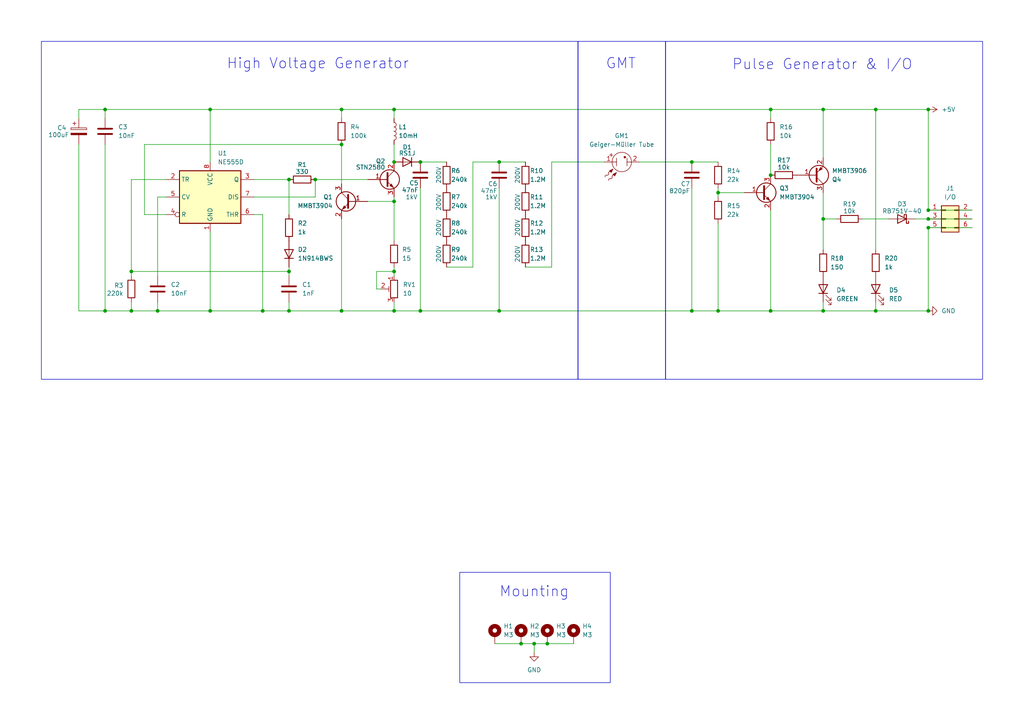
<source format=kicad_sch>
(kicad_sch (version 20231120) (generator "eeschema") (generator_version "8.0")
  (paper "A4")
  (title_block (title "Tube Driver") (date "2024-09-10") (rev "1.0") (company "https://github.com/median-dispersion/GMT-Geiger-Counter"))
  (lib_symbols
    (symbol "Connector_Generic:Conn_02x03_Odd_Even" (pin_names (offset 1.016) hide)
      (property "Reference" "J" (at 1.27 5.08 0))
      (property "Value" "Conn_02x03_Odd_Even" (at 1.27 -5.08 0))
      (symbol "Conn_02x03_Odd_Even_1_1"
        (rectangle (start -1.27 -2.413) (end 0 -2.667) (stroke (width 0.1524)))
        (rectangle (start -1.27 0.127) (end 0 -0.127) (stroke (width 0.1524)))
        (rectangle (start -1.27 2.667) (end 0 2.413) (stroke (width 0.1524)))
        (rectangle (start -1.27 3.81) (end 3.81 -3.81) (stroke (width 0.254)) (fill (type background)))
        (rectangle (start 3.81 -2.413) (end 2.54 -2.667) (stroke (width 0.1524)))
        (rectangle (start 3.81 0.127) (end 2.54 -0.127) (stroke (width 0.1524)))
        (rectangle (start 3.81 2.667) (end 2.54 2.413) (stroke (width 0.1524)))
        (pin passive line (at -5.08 2.54 0) (length 3.81) (name "Pin_1") (number "1"))
        (pin passive line (at 7.62 2.54 180) (length 3.81) (name "Pin_2") (number "2"))
        (pin passive line (at -5.08 0 0) (length 3.81) (name "Pin_3") (number "3"))
        (pin passive line (at 7.62 0 180) (length 3.81) (name "Pin_4") (number "4"))
        (pin passive line (at -5.08 -2.54 0) (length 3.81) (name "Pin_5") (number "5"))
        (pin passive line (at 7.62 -2.54 180) (length 3.81) (name "Pin_6") (number "6"))
      )
    )
    (symbol "Device:C" (pin_numbers hide) (pin_names (offset 0.254))
      (property "Reference" "C" (at 0.635 2.54 0))
      (property "Value" "C" (at 0.635 -2.54 0))
      (symbol "C_0_1"
        (polyline (pts (xy -2.032 -0.762) (xy 2.032 -0.762)) (stroke (width 0.508)))
        (polyline (pts (xy -2.032 0.762) (xy 2.032 0.762)) (stroke (width 0.508)))
      )
      (symbol "C_1_1"
        (pin passive line (at 0 3.81 270) (length 2.794) (name "~") (number "1"))
        (pin passive line (at 0 -3.81 90) (length 2.794) (name "~") (number "2"))
      )
    )
    (symbol "Device:C_Polarized" (pin_numbers hide) (pin_names (offset 0.254))
      (property "Reference" "C" (at 0.635 2.54 0))
      (property "Value" "C_Polarized" (at 0.635 -2.54 0))
      (symbol "C_Polarized_0_1"
        (rectangle (start -2.286 0.508) (end 2.286 1.016))
        (polyline (pts (xy -1.778 2.286) (xy -0.762 2.286)))
        (polyline (pts (xy -1.27 2.794) (xy -1.27 1.778)))
        (rectangle (start 2.286 -0.508) (end -2.286 -1.016) (fill (type outline)))
      )
      (symbol "C_Polarized_1_1"
        (pin passive line (at 0 3.81 270) (length 2.794) (name "~") (number "1"))
        (pin passive line (at 0 -3.81 90) (length 2.794) (name "~") (number "2"))
      )
    )
    (symbol "Device:D" (pin_numbers hide) (pin_names (offset 1.016) hide)
      (property "Reference" "D" (at 0 2.54 0))
      (property "Value" "D" (at 0 -2.54 0))
      (symbol "D_0_1"
        (polyline (pts (xy -1.27 1.27) (xy -1.27 -1.27)) (stroke (width 0.254)))
        (polyline (pts (xy 1.27 0) (xy -1.27 0)))
        (polyline (pts (xy 1.27 1.27) (xy 1.27 -1.27) (xy -1.27 0) (xy 1.27 1.27)) (stroke (width 0.254)))
      )
      (symbol "D_1_1"
        (pin passive line (at -3.81 0 0) (length 2.54) (name "K") (number "1"))
        (pin passive line (at 3.81 0 180) (length 2.54) (name "A") (number "2"))
      )
    )
    (symbol "Device:D_Schottky" (pin_numbers hide) (pin_names (offset 1.016) hide)
      (property "Reference" "D" (at 0 2.54 0))
      (property "Value" "D_Schottky" (at 0 -2.54 0))
      (symbol "D_Schottky_0_1"
        (polyline (pts (xy 1.27 0) (xy -1.27 0)))
        (polyline (pts (xy 1.27 1.27) (xy 1.27 -1.27) (xy -1.27 0) (xy 1.27 1.27)) (stroke (width 0.254)))
        (polyline (pts (xy -1.905 0.635) (xy -1.905 1.27) (xy -1.27 1.27) (xy -1.27 -1.27) (xy -0.635 -1.27) (xy -0.635 -0.635)) (stroke (width 0.254)))
      )
      (symbol "D_Schottky_1_1"
        (pin passive line (at -3.81 0 0) (length 2.54) (name "K") (number "1"))
        (pin passive line (at 3.81 0 180) (length 2.54) (name "A") (number "2"))
      )
    )
    (symbol "Device:L" (pin_numbers hide) (pin_names (offset 1.016) hide)
      (property "Reference" "L" (at -1.27 0 90))
      (property "Value" "L" (at 1.905 0 90))
      (symbol "L_0_1"
        (arc (start 0 -2.54) (mid 0.6323 -1.905) (end 0 -1.27))
        (arc (start 0 -1.27) (mid 0.6323 -0.635) (end 0 0))
        (arc (start 0 0) (mid 0.6323 0.635) (end 0 1.27))
        (arc (start 0 1.27) (mid 0.6323 1.905) (end 0 2.54))
      )
      (symbol "L_1_1"
        (pin passive line (at 0 3.81 270) (length 1.27) (name "1") (number "1"))
        (pin passive line (at 0 -3.81 90) (length 1.27) (name "2") (number "2"))
      )
    )
    (symbol "Device:LED" (pin_numbers hide) (pin_names (offset 1.016) hide)
      (property "Reference" "D" (at 0 2.54 0))
      (property "Value" "LED" (at 0 -2.54 0))
      (symbol "LED_0_1"
        (polyline (pts (xy -1.27 -1.27) (xy -1.27 1.27)) (stroke (width 0.254)))
        (polyline (pts (xy -1.27 0) (xy 1.27 0)))
        (polyline (pts (xy 1.27 -1.27) (xy 1.27 1.27) (xy -1.27 0) (xy 1.27 -1.27)) (stroke (width 0.254)))
        (polyline (pts (xy -3.048 -0.762) (xy -4.572 -2.286) (xy -3.81 -2.286) (xy -4.572 -2.286) (xy -4.572 -1.524)))
        (polyline (pts (xy -1.778 -0.762) (xy -3.302 -2.286) (xy -2.54 -2.286) (xy -3.302 -2.286) (xy -3.302 -1.524)))
      )
      (symbol "LED_1_1"
        (pin passive line (at -3.81 0 0) (length 2.54) (name "K") (number "1"))
        (pin passive line (at 3.81 0 180) (length 2.54) (name "A") (number "2"))
      )
    )
    (symbol "Device:R" (pin_numbers hide) (pin_names (offset 0))
      (property "Reference" "R" (at 2.032 0 90))
      (property "Value" "R" (at 0 0 90))
      (symbol "R_0_1"
        (rectangle (start -1.016 -2.54) (end 1.016 2.54) (stroke (width 0.254)))
      )
      (symbol "R_1_1"
        (pin passive line (at 0 3.81 270) (length 1.27) (name "~") (number "1"))
        (pin passive line (at 0 -3.81 90) (length 1.27) (name "~") (number "2"))
      )
    )
    (symbol "Device:R_Potentiometer_Trim" (pin_names (offset 1.016) hide)
      (property "Reference" "RV" (at -4.445 0 90))
      (property "Value" "R_Potentiometer_Trim" (at -2.54 0 90))
      (symbol "R_Potentiometer_Trim_0_1"
        (polyline (pts (xy 1.524 0.762) (xy 1.524 -0.762)))
        (polyline (pts (xy 2.54 0) (xy 1.524 0)))
        (rectangle (start 1.016 2.54) (end -1.016 -2.54) (stroke (width 0.254)))
      )
      (symbol "R_Potentiometer_Trim_1_1"
        (pin passive line (at 0 3.81 270) (length 1.27) (name "1") (number "1"))
        (pin passive line (at 3.81 0 180) (length 1.27) (name "2") (number "2"))
        (pin passive line (at 0 -3.81 90) (length 1.27) (name "3") (number "3"))
      )
    )
    (symbol "Mechanical:MountingHole_Pad" (pin_numbers hide) (pin_names (offset 1.016) hide) (exclude_from_sim yes) (in_bom no)
      (property "Reference" "H" (at 0 6.35 0))
      (property "Value" "MountingHole_Pad" (at 0 4.445 0))
      (symbol "MountingHole_Pad_0_1"
        (circle (center 0 1.27) (radius 1.27) (stroke (width 1.27)))
      )
      (symbol "MountingHole_Pad_1_1"
        (pin input line (at 0 -2.54 90) (length 2.54) (name "1") (number "1"))
      )
    )
    (symbol "Sensor:Nuclear-Radiation_Detector" (pin_names (offset 0) hide)
      (property "Reference" "V" (at 5.08 1.27 0))
      (property "Value" "Nuclear-Radiation_Detector" (at 5.08 -1.27 0))
      (symbol "Nuclear-Radiation_Detector_0_0"
        (text "+" (at 2.032 3.175 0) (effects (font (size 1.27 1.27))))
      )
      (symbol "Nuclear-Radiation_Detector_0_1"
        (arc (start -2.794 3.302) (mid -2.891 3.713) (end -3.302 3.81))
        (polyline (pts (xy -1.143 -1.524) (xy 1.143 -1.524)))
        (polyline (pts (xy -1.143 1.524) (xy 1.143 1.524)))
        (polyline (pts (xy 0 -1.524) (xy 0 -2.54)))
        (polyline (pts (xy 0 2.54) (xy 0 1.524)))
        (polyline (pts (xy -2.54 3.556) (xy -3.048 3.048) (xy -2.032 2.54) (xy -2.54 3.556)) (fill (type outline)))
        (circle (center 0 0) (radius 2.8194))
        (circle (center 1.397 -0.889) (radius 0.254) (fill (type outline)))
      )
      (symbol "Nuclear-Radiation_Detector_1_1"
        (arc (start -4.826 3.302) (mid -4.923 3.713) (end -5.334 3.81))
        (arc (start -4.826 3.302) (mid -4.729 2.891) (end -4.318 2.794))
        (arc (start -3.81 2.286) (mid -3.907 2.697) (end -4.318 2.794))
        (arc (start -3.81 4.318) (mid -3.907 4.729) (end -4.318 4.826))
        (arc (start -3.81 4.318) (mid -3.713 3.907) (end -3.302 3.81))
        (polyline (pts (xy -3.556 2.54) (xy -4.064 2.032) (xy -3.048 1.524) (xy -3.556 2.54)) (fill (type outline)))
        (pin passive line (at 0 5.08 270) (length 2.54) (name "1") (number "1"))
        (pin passive line (at 0 -5.08 90) (length 2.54) (name "2") (number "2"))
      )
    )
    (symbol "Timer:NE555D"
      (property "Reference" "U" (at -10.16 8.89 0))
      (property "Value" "NE555D" (at 2.54 8.89 0))
      (symbol "NE555D_0_0"
        (pin power_in line (at 0 -10.16 90) (length 2.54) (name "GND") (number "1"))
        (pin power_in line (at 0 10.16 270) (length 2.54) (name "VCC") (number "8"))
      )
      (symbol "NE555D_0_1"
        (rectangle (start -8.89 -7.62) (end 8.89 7.62) (stroke (width 0.254)) (fill (type background)))
        (rectangle (start -8.89 -7.62) (end 8.89 7.62) (stroke (width 0.254)) (fill (type background)))
      )
      (symbol "NE555D_1_1"
        (pin input line (at -12.7 5.08 0) (length 3.81) (name "TR") (number "2"))
        (pin output line (at 12.7 5.08 180) (length 3.81) (name "Q") (number "3"))
        (pin input inverted (at -12.7 -5.08 0) (length 3.81) (name "R") (number "4"))
        (pin input line (at -12.7 0 0) (length 3.81) (name "CV") (number "5"))
        (pin input line (at 12.7 -5.08 180) (length 3.81) (name "THR") (number "6"))
        (pin input line (at 12.7 0 180) (length 3.81) (name "DIS") (number "7"))
      )
    )
    (symbol "Transistor_BJT:BCP56" (pin_names (offset 0) hide)
      (property "Reference" "Q" (at 5.08 1.905 0))
      (property "Value" "BCP56" (at 5.08 0 0))
      (symbol "BCP56_0_1"
        (polyline (pts (xy 0.635 0.635) (xy 2.54 2.54)))
        (polyline (pts (xy 0.635 -0.635) (xy 2.54 -2.54) (xy 2.54 -2.54)))
        (polyline (pts (xy 0.635 1.905) (xy 0.635 -1.905) (xy 0.635 -1.905)) (stroke (width 0.508)))
        (polyline (pts (xy 1.27 -1.778) (xy 1.778 -1.27) (xy 2.286 -2.286) (xy 1.27 -1.778) (xy 1.27 -1.778)) (fill (type outline)))
        (circle (center 1.27 0) (radius 2.8194) (stroke (width 0.254)))
      )
      (symbol "BCP56_1_1"
        (pin input line (at -5.08 0 0) (length 5.715) (name "B") (number "1"))
        (pin passive line (at 2.54 5.08 270) (length 2.54) (name "C") (number "2"))
        (pin passive line (at 2.54 -5.08 90) (length 2.54) (name "E") (number "3"))
        (pin passive line (at 2.54 5.08 270) (length 2.54) hide (name "C") (number "4"))
      )
    )
    (symbol "Transistor_BJT:MMBT3904" (pin_names (offset 0) hide)
      (property "Reference" "Q" (at 5.08 1.905 0))
      (property "Value" "MMBT3904" (at 5.08 0 0))
      (symbol "MMBT3904_0_1"
        (polyline (pts (xy 0.635 0.635) (xy 2.54 2.54)))
        (polyline (pts (xy 0.635 -0.635) (xy 2.54 -2.54) (xy 2.54 -2.54)))
        (polyline (pts (xy 0.635 1.905) (xy 0.635 -1.905) (xy 0.635 -1.905)) (stroke (width 0.508)))
        (polyline (pts (xy 1.27 -1.778) (xy 1.778 -1.27) (xy 2.286 -2.286) (xy 1.27 -1.778) (xy 1.27 -1.778)) (fill (type outline)))
        (circle (center 1.27 0) (radius 2.8194) (stroke (width 0.254)))
      )
      (symbol "MMBT3904_1_1"
        (pin input line (at -5.08 0 0) (length 5.715) (name "B") (number "1"))
        (pin passive line (at 2.54 -5.08 90) (length 2.54) (name "E") (number "2"))
        (pin passive line (at 2.54 5.08 270) (length 2.54) (name "C") (number "3"))
      )
    )
    (symbol "Transistor_BJT:MMBT3906" (pin_names (offset 0) hide)
      (property "Reference" "Q" (at 5.08 1.905 0))
      (property "Value" "MMBT3906" (at 5.08 0 0))
      (symbol "MMBT3906_0_1"
        (polyline (pts (xy 0.635 0.635) (xy 2.54 2.54)))
        (polyline (pts (xy 0.635 -0.635) (xy 2.54 -2.54) (xy 2.54 -2.54)))
        (polyline (pts (xy 0.635 1.905) (xy 0.635 -1.905) (xy 0.635 -1.905)) (stroke (width 0.508)))
        (polyline (pts (xy 2.286 -1.778) (xy 1.778 -2.286) (xy 1.27 -1.27) (xy 2.286 -1.778) (xy 2.286 -1.778)) (fill (type outline)))
        (circle (center 1.27 0) (radius 2.8194) (stroke (width 0.254)))
      )
      (symbol "MMBT3906_1_1"
        (pin input line (at -5.08 0 0) (length 5.715) (name "B") (number "1"))
        (pin passive line (at 2.54 -5.08 90) (length 2.54) (name "E") (number "2"))
        (pin passive line (at 2.54 5.08 270) (length 2.54) (name "C") (number "3"))
      )
    )
    (symbol "power:+5V" (power) (pin_numbers hide) (pin_names (offset 0) hide)
      (property "Value" "+5V" (at 0 3.556 0))
      (symbol "+5V_0_1"
        (polyline (pts (xy -0.762 1.27) (xy 0 2.54)))
        (polyline (pts (xy 0 0) (xy 0 2.54)))
        (polyline (pts (xy 0 2.54) (xy 0.762 1.27)))
      )
      (symbol "+5V_1_1"
        (pin power_in line (at 0 0 90) (length 0) (name "~") (number "1"))
      )
    )
    (symbol "power:GND" (power) (pin_numbers hide) (pin_names (offset 0) hide)
      (property "Value" "GND" (at 0 -3.81 0))
      (symbol "GND_0_1"
        (polyline (pts (xy 0 0) (xy 0 -1.27) (xy 1.27 -1.27) (xy 0 -2.54) (xy -1.27 -1.27) (xy 0 -1.27)))
      )
      (symbol "GND_1_1"
        (pin power_in line (at 0 0 270) (length 0) (name "~") (number "1"))
      )
    )
  )
  (junction (at 45.72 90.17))
  (junction (at 114.3 58.42))
  (junction (at 223.52 31.75))
  (junction (at 238.76 63.5))
  (junction (at 238.76 90.17))
  (junction (at 114.3 90.17))
  (junction (at 76.2 90.17))
  (junction (at 83.82 52.07))
  (junction (at 200.66 46.99))
  (junction (at 269.24 90.17))
  (junction (at 38.1 78.74))
  (junction (at 269.24 63.5))
  (junction (at 121.92 46.99))
  (junction (at 269.24 66.04))
  (junction (at 151.13 186.69))
  (junction (at 91.44 52.07))
  (junction (at 144.78 90.17))
  (junction (at 269.24 60.96))
  (junction (at 121.92 90.17))
  (junction (at 269.24 31.75))
  (junction (at 254 31.75))
  (junction (at 114.3 31.75))
  (junction (at 144.78 46.99))
  (junction (at 83.82 90.17))
  (junction (at 83.82 78.74))
  (junction (at 154.94 186.69))
  (junction (at 30.48 90.17))
  (junction (at 30.48 31.75))
  (junction (at 99.06 41.91))
  (junction (at 208.28 55.88))
  (junction (at 114.3 46.99))
  (junction (at 60.96 90.17))
  (junction (at 60.96 31.75))
  (junction (at 254 90.17))
  (junction (at 158.75 186.69))
  (junction (at 114.3 78.74))
  (junction (at 223.52 90.17))
  (junction (at 238.76 31.75))
  (junction (at 200.66 90.17))
  (junction (at 99.06 90.17))
  (junction (at 208.28 90.17))
  (junction (at 223.52 50.8))
  (junction (at 99.06 31.75))
  (junction (at 38.1 90.17))
  (wire (pts (xy 22.86 31.75) (xy 30.48 31.75)))
  (wire (pts (xy 152.4 77.47) (xy 160.02 77.47)))
  (wire (pts (xy 99.06 90.17) (xy 83.82 90.17)))
  (wire (pts (xy 121.92 54.61) (xy 121.92 90.17)))
  (wire (pts (xy 114.3 77.47) (xy 114.3 78.74)))
  (wire (pts (xy 223.52 90.17) (xy 208.28 90.17)))
  (wire (pts (xy 238.76 31.75) (xy 238.76 45.72)))
  (wire (pts (xy 76.2 62.23) (xy 73.66 62.23)))
  (wire (pts (xy 109.22 78.74) (xy 109.22 83.82)))
  (wire (pts (xy 109.22 83.82) (xy 110.49 83.82)))
  (wire (pts (xy 154.94 189.23) (xy 154.94 186.69)))
  (wire (pts (xy 83.82 90.17) (xy 83.82 87.63)))
  (wire (pts (xy 269.24 60.96) (xy 281.94 60.96)))
  (wire (pts (xy 257.81 63.5) (xy 250.19 63.5)))
  (wire (pts (xy 83.82 77.47) (xy 83.82 78.74)))
  (wire (pts (xy 121.92 90.17) (xy 144.78 90.17)))
  (wire (pts (xy 208.28 57.15) (xy 208.28 55.88)))
  (wire (pts (xy 30.48 41.91) (xy 30.48 90.17)))
  (wire (pts (xy 137.16 46.99) (xy 137.16 77.47)))
  (wire (pts (xy 99.06 31.75) (xy 99.06 34.29)))
  (wire (pts (xy 38.1 90.17) (xy 38.1 87.63)))
  (wire (pts (xy 114.3 57.15) (xy 114.3 58.42)))
  (wire (pts (xy 83.82 78.74) (xy 83.82 80.01)))
  (wire (pts (xy 114.3 90.17) (xy 114.3 87.63)))
  (wire (pts (xy 269.24 60.96) (xy 269.24 31.75)))
  (wire (pts (xy 254 90.17) (xy 254 87.63)))
  (wire (pts (xy 160.02 46.99) (xy 160.02 77.47)))
  (wire (pts (xy 48.26 52.07) (xy 38.1 52.07)))
  (wire (pts (xy 215.9 55.88) (xy 208.28 55.88)))
  (wire (pts (xy 45.72 90.17) (xy 45.72 87.63)))
  (wire (pts (xy 99.06 63.5) (xy 99.06 90.17)))
  (wire (pts (xy 154.94 186.69) (xy 158.75 186.69)))
  (wire (pts (xy 60.96 31.75) (xy 99.06 31.75)))
  (wire (pts (xy 242.57 63.5) (xy 238.76 63.5)))
  (wire (pts (xy 99.06 90.17) (xy 114.3 90.17)))
  (wire (pts (xy 38.1 78.74) (xy 83.82 78.74)))
  (wire (pts (xy 73.66 57.15) (xy 91.44 57.15)))
  (wire (pts (xy 38.1 52.07) (xy 38.1 78.74)))
  (wire (pts (xy 223.52 31.75) (xy 223.52 34.29)))
  (wire (pts (xy 238.76 55.88) (xy 238.76 63.5)))
  (wire (pts (xy 137.16 46.99) (xy 144.78 46.99)))
  (wire (pts (xy 48.26 57.15) (xy 45.72 57.15)))
  (wire (pts (xy 91.44 52.07) (xy 91.44 57.15)))
  (wire (pts (xy 200.66 54.61) (xy 200.66 90.17)))
  (wire (pts (xy 60.96 31.75) (xy 60.96 46.99)))
  (wire (pts (xy 208.28 64.77) (xy 208.28 90.17)))
  (wire (pts (xy 200.66 46.99) (xy 208.28 46.99)))
  (wire (pts (xy 269.24 31.75) (xy 254 31.75)))
  (wire (pts (xy 223.52 41.91) (xy 223.52 50.8)))
  (wire (pts (xy 114.3 78.74) (xy 109.22 78.74)))
  (wire (pts (xy 38.1 78.74) (xy 38.1 80.01)))
  (wire (pts (xy 238.76 90.17) (xy 238.76 87.63)))
  (wire (pts (xy 60.96 67.31) (xy 60.96 90.17)))
  (wire (pts (xy 223.52 90.17) (xy 238.76 90.17)))
  (wire (pts (xy 99.06 31.75) (xy 114.3 31.75)))
  (wire (pts (xy 144.78 54.61) (xy 144.78 90.17)))
  (wire (pts (xy 60.96 90.17) (xy 76.2 90.17)))
  (wire (pts (xy 238.76 90.17) (xy 254 90.17)))
  (wire (pts (xy 223.52 31.75) (xy 238.76 31.75)))
  (wire (pts (xy 76.2 90.17) (xy 83.82 90.17)))
  (wire (pts (xy 114.3 78.74) (xy 114.3 80.01)))
  (wire (pts (xy 91.44 52.07) (xy 106.68 52.07)))
  (wire (pts (xy 208.28 55.88) (xy 208.28 54.61)))
  (wire (pts (xy 48.26 62.23) (xy 41.91 62.23)))
  (wire (pts (xy 185.42 46.99) (xy 200.66 46.99)))
  (wire (pts (xy 254 31.75) (xy 254 72.39)))
  (wire (pts (xy 121.92 46.99) (xy 129.54 46.99)))
  (wire (pts (xy 45.72 57.15) (xy 45.72 80.01)))
  (wire (pts (xy 114.3 31.75) (xy 114.3 34.29)))
  (wire (pts (xy 238.76 63.5) (xy 238.76 72.39)))
  (wire (pts (xy 269.24 66.04) (xy 281.94 66.04)))
  (wire (pts (xy 151.13 186.69) (xy 154.94 186.69)))
  (wire (pts (xy 269.24 63.5) (xy 281.94 63.5)))
  (wire (pts (xy 114.3 90.17) (xy 121.92 90.17)))
  (wire (pts (xy 269.24 66.04) (xy 269.24 90.17)))
  (wire (pts (xy 223.52 60.96) (xy 223.52 90.17)))
  (wire (pts (xy 99.06 41.91) (xy 99.06 53.34)))
  (wire (pts (xy 269.24 90.17) (xy 254 90.17)))
  (wire (pts (xy 238.76 31.75) (xy 254 31.75)))
  (wire (pts (xy 106.68 58.42) (xy 114.3 58.42)))
  (wire (pts (xy 30.48 31.75) (xy 30.48 34.29)))
  (wire (pts (xy 76.2 62.23) (xy 76.2 90.17)))
  (wire (pts (xy 265.43 63.5) (xy 269.24 63.5)))
  (wire (pts (xy 41.91 62.23) (xy 41.91 41.91)))
  (wire (pts (xy 144.78 46.99) (xy 152.4 46.99)))
  (wire (pts (xy 30.48 31.75) (xy 60.96 31.75)))
  (wire (pts (xy 41.91 41.91) (xy 99.06 41.91)))
  (wire (pts (xy 30.48 90.17) (xy 38.1 90.17)))
  (wire (pts (xy 22.86 41.91) (xy 22.86 90.17)))
  (wire (pts (xy 158.75 186.69) (xy 166.37 186.69)))
  (wire (pts (xy 22.86 90.17) (xy 30.48 90.17)))
  (wire (pts (xy 73.66 52.07) (xy 83.82 52.07)))
  (wire (pts (xy 114.3 69.85) (xy 114.3 58.42)))
  (wire (pts (xy 143.51 186.69) (xy 151.13 186.69)))
  (wire (pts (xy 144.78 90.17) (xy 200.66 90.17)))
  (wire (pts (xy 160.02 46.99) (xy 175.26 46.99)))
  (wire (pts (xy 22.86 31.75) (xy 22.86 34.29)))
  (wire (pts (xy 114.3 41.91) (xy 114.3 46.99)))
  (wire (pts (xy 208.28 90.17) (xy 200.66 90.17)))
  (wire (pts (xy 114.3 31.75) (xy 223.52 31.75)))
  (wire (pts (xy 83.82 62.23) (xy 83.82 52.07)))
  (wire (pts (xy 45.72 90.17) (xy 60.96 90.17)))
  (wire (pts (xy 129.54 77.47) (xy 137.16 77.47)))
  (wire (pts (xy 38.1 90.17) (xy 45.72 90.17)))
  (rectangle (start 12 12) (end 167.64 110))
  (rectangle (start 167.64 12) (end 193.04 110))
  (rectangle (start 133.35 166) (end 177 198))
  (rectangle (start 193.04 12) (end 285 110))
  (text "200V" (at 150.114 58.928 90) (effects (font (size 1.27 1.27))))
  (text "1kV" (at 119.38 57.404 0) (effects (font (size 1.27 1.27))))
  (text "GMT" (at 180.086 18.542 0) (effects (font (size 3 3))))
  (text "High Voltage Generator" (at 92.202 18.542 0) (effects (font (size 3 3))))
  (text "Mounting" (at 154.94 171.704 0) (effects (font (size 3 3))))
  (text "200V" (at 150.114 73.914 90) (effects (font (size 1.27 1.27))))
  (text "200V" (at 127.254 66.294 90) (effects (font (size 1.27 1.27))))
  (text "200V" (at 150.114 51.054 90) (effects (font (size 1.27 1.27))))
  (text "Pulse Generator & I/O\n" (at 238.506 18.796 0) (effects (font (size 3 3))))
  (text "200V" (at 127.254 58.928 90) (effects (font (size 1.27 1.27))))
  (text "1kV" (at 142.494 57.404 0) (effects (font (size 1.27 1.27))))
  (text "200V" (at 127.254 51.054 90) (effects (font (size 1.27 1.27))))
  (text "200V" (at 150.114 66.294 90) (effects (font (size 1.27 1.27))))
  (text "200V" (at 127.254 73.914 90) (effects (font (size 1.27 1.27))))
  (symbol (lib_id "Device:C") (at 144.78 50.8 0) (unit 1)
    (property "Reference" "C6" (at 144.272 53.34 0) (effects (justify right)))
    (property "Value" "47nF" (at 144.272 55.372 0) (effects (justify right)))
    (property "Footprint" "Capacitor_SMD:C_1210_3225Metric_Pad1.33x2.70mm_HandSolder" (effects (hide yes)))
    (property "Datasheet" "https://search.kemet.com/download/datasheet/C1210V473KDRAC7800" (effects (hide yes)))
    (property "Description" "Unpolarized capacitor" (effects (hide yes)))
    (property "DigiKey" "https://www.digikey.com/en/products/detail/kemet/C1210V473KDRAC7800/3079051" (effects (hide yes)))
    (property "MPN" "C1210V473KDRAC7800" (effects (hide yes)))
    (property "Price (EUR)" "0,31€" (effects (hide yes)))
  )
  (symbol (lib_id "Transistor_BJT:MMBT3904") (at 101.6 58.42 0) (mirror y) (unit 1)
    (property "Reference" "Q1" (at 96.52 57.1499 0) (effects (justify left)))
    (property "Value" "MMBT3904" (at 96.52 59.6899 0) (effects (justify left)))
    (property "Footprint" "Package_TO_SOT_SMD:SOT-23_Handsoldering" (effects (hide yes)))
    (property "Datasheet" "https://goodarksemi.com/docs/datasheets/transistors/MMBT3904.pdf" (effects (hide yes)))
    (property "Description" "0.2A Ic, 40V Vce, Small Signal NPN Transistor, SOT-23" (effects (hide yes)))
    (property "MPN" "MMBT3904" (effects (hide yes)))
    (property "DigiKey" "https://www.digikey.com/en/products/detail/good-ark-semiconductor/MMBT3904/18649092" (effects (hide yes)))
    (property "Price (EUR)" "0,09€" (effects (hide yes)))
  )
  (symbol (lib_id "Device:R") (at 152.4 50.8 0) (unit 1)
    (property "Reference" "R10" (at 153.67 49.53 0) (effects (justify left)))
    (property "Value" "1.2M" (at 153.67 52.07 0) (effects (justify left)))
    (property "Footprint" "Resistor_SMD:R_1206_3216Metric_Pad1.30x1.75mm_HandSolder" (effects (hide yes)))
    (property "Datasheet" "https://www.yageo.com/upload/media/product/products/datasheet/rchip/PYu-RC_Group_51_RoHS_L_12.pdf" (effects (hide yes)))
    (property "Description" "Resistor" (effects (hide yes)))
    (property "MPN" "RC1206FR-071M2L" (effects (hide yes)))
    (property "DigiKey" "https://www.digikey.com/en/products/detail/yageo/RC1206FR-071M2L/728412" (effects (hide yes)))
    (property "Price (EUR)" "0,09€" (effects (hide yes)))
  )
  (symbol (lib_id "Device:C") (at 83.82 83.82 0) (unit 1)
    (property "Reference" "C1" (at 87.63 82.5499 0) (effects (justify left)))
    (property "Value" "1nF" (at 87.63 85.0899 0) (effects (justify left)))
    (property "Footprint" "Capacitor_SMD:C_1206_3216Metric_Pad1.33x1.80mm_HandSolder" (effects (hide yes)))
    (property "Datasheet" "https://www.we-online.com/components/products/datasheet/885012208046.pdf" (effects (hide yes)))
    (property "Description" "Unpolarized capacitor" (effects (hide yes)))
    (property "MPN" "885012208046" (effects (hide yes)))
    (property "DigiKey" "https://www.digikey.com/en/products/detail/w%C3%BCrth-elektronik/885012208046/5453957" (effects (hide yes)))
    (property "Price (EUR)" "0,09€" (effects (hide yes)))
  )
  (symbol (lib_id "Device:C") (at 200.66 50.8 0) (unit 1)
    (property "Reference" "C7" (at 200.152 53.34 0) (effects (justify right)))
    (property "Value" "820pF" (at 200.152 55.372 0) (effects (justify right)))
    (property "Footprint" "Capacitor_SMD:C_1206_3216Metric_Pad1.33x1.80mm_HandSolder" (effects (hide yes)))
    (property "Datasheet" "https://www.yageo.com/upload/media/product/productsearch/datasheet/mlcc/UPY-GP_NP0_16V-to-50V_18.pdf" (effects (hide yes)))
    (property "Description" "Unpolarized capacitor" (effects (hide yes)))
    (property "MPN" "CC1206FRNPO9BN821" (effects (hide yes)))
    (property "DigiKey" "https://www.digikey.com/en/products/detail/yageo/CC1206FRNPO9BN821/11492021" (effects (hide yes)))
    (property "Price (EUR)" "0,45€" (effects (hide yes)))
  )
  (symbol (lib_id "Device:LED") (at 254 83.82 90) (unit 1)
    (property "Reference" "D5" (at 257.81 84.1374 90) (effects (justify right)))
    (property "Value" "RED" (at 257.81 86.6774 90) (effects (justify right)))
    (property "Footprint" "LED_SMD:LED_1206_3216Metric_Pad1.42x1.75mm_HandSolder" (effects (hide yes)))
    (property "Datasheet" "https://www.we-online.com/components/products/datasheet/150120RS75000.pdf" (effects (hide yes)))
    (property "Description" "Light emitting diode" (effects (hide yes)))
    (property "MPN" "150120RS75000" (effects (hide yes)))
    (property "DigiKey" "https://www.digikey.com/en/products/detail/w%C3%BCrth-elektronik/150120RS75000/4489939" (effects (hide yes)))
    (property "Price (EUR)" "0,2€" (effects (hide yes)))
  )
  (symbol (lib_id "Sensor:Nuclear-Radiation_Detector") (at 180.34 46.99 90) (unit 1)
    (property "Reference" "GM1" (at 180.34 39.37 90))
    (property "Value" "Geiger-Müller Tube" (at 180.34 41.91 90))
    (property "Footprint" "Footprints:GM_Tube_Mount" (effects (hide yes)))
    (property "Datasheet" "https://www.belfuse.com/resources/datasheets/circuitprotection/ds-cp-0672-fuse-clips-series.pdf" (effects (hide yes)))
    (property "Description" "Generic radiation detector" (effects (hide yes)))
    (property "MPN" "FC-102  BRIGHT TIN" (effects (hide yes)))
    (property "DigiKey" "https://www.digikey.com/en/products/detail/bel-fuse-inc/FC-102-BRIGHT-TIN/622585" (effects (hide yes)))
    (property "Price (EUR)" "0,1€" (effects (hide yes)))
  )
  (symbol (lib_id "Timer:NE555D") (at 60.96 57.15 0) (unit 1)
    (property "Reference" "U1" (at 63.1541 44.45 0) (effects (justify left)))
    (property "Value" "NE555D" (at 63.1541 46.99 0) (effects (justify left)))
    (property "Footprint" "Package_SO:SOIC-8_3.9x4.9mm_P1.27mm" (effects (hide yes)))
    (property "Datasheet" "https://rocelec.widen.net/view/pdf/giqzbewdkx/slfs022i.pdf?t.download=true&u=5oefqw" (effects (hide yes)))
    (property "Description" "Precision Timers, 555 compatible, SOIC-8" (effects (hide yes)))
    (property "MPN" "NE555D" (effects (hide yes)))
    (property "DigiKey" "https://www.digikey.com/en/products/detail/texas-instruments/NE555D/280641" (effects (hide yes)))
    (property "Price (EUR)" "0,89€" (effects (hide yes)))
  )
  (symbol (lib_id "Device:R") (at 83.82 66.04 0) (unit 1)
    (property "Reference" "R2" (at 86.36 64.7699 0) (effects (justify left)))
    (property "Value" "1k" (at 86.36 67.3099 0) (effects (justify left)))
    (property "Footprint" "Resistor_SMD:R_1206_3216Metric_Pad1.30x1.75mm_HandSolder" (effects (hide yes)))
    (property "Datasheet" "https://www.yageo.com/upload/media/product/products/datasheet/rchip/PYu-RC_Group_51_RoHS_L_12.pdf" (effects (hide yes)))
    (property "Description" "Resistor" (effects (hide yes)))
    (property "MPN" "RC1206FR-071KL" (effects (hide yes)))
    (property "DigiKey" "https://www.digikey.com/en/products/detail/yageo/RC1206FR-071KL/728387" (effects (hide yes)))
    (property "Price (EUR)" "0,09€" (effects (hide yes)))
  )
  (symbol (lib_id "Device:R") (at 129.54 66.04 0) (unit 1)
    (property "Reference" "R8" (at 130.81 64.77 0) (effects (justify left)))
    (property "Value" "240k" (at 130.81 67.31 0) (effects (justify left)))
    (property "Footprint" "Resistor_SMD:R_1206_3216Metric_Pad1.30x1.75mm_HandSolder" (effects (hide yes)))
    (property "Datasheet" "https://www.yageo.com/upload/media/product/products/datasheet/rchip/PYu-RC_Group_51_RoHS_L_12.pdf" (effects (hide yes)))
    (property "Description" "Resistor" (effects (hide yes)))
    (property "MPN" "RC1206FR-07240KL" (effects (hide yes)))
    (property "DigiKey" "https://www.digikey.com/en/products/detail/yageo/RC1206FR-07240KL/728714" (effects (hide yes)))
    (property "Price (EUR)" "0,09€" (effects (hide yes)))
  )
  (symbol (lib_id "Device:R") (at 129.54 50.8 0) (unit 1)
    (property "Reference" "R6" (at 130.81 49.53 0) (effects (justify left)))
    (property "Value" "240k" (at 130.81 52.07 0) (effects (justify left)))
    (property "Footprint" "Resistor_SMD:R_1206_3216Metric_Pad1.30x1.75mm_HandSolder" (effects (hide yes)))
    (property "Datasheet" "https://www.yageo.com/upload/media/product/products/datasheet/rchip/PYu-RC_Group_51_RoHS_L_12.pdf" (effects (hide yes)))
    (property "Description" "Resistor" (effects (hide yes)))
    (property "MPN" "RC1206FR-07240KL" (effects (hide yes)))
    (property "DigiKey" "https://www.digikey.com/en/products/detail/yageo/RC1206FR-07240KL/728714" (effects (hide yes)))
    (property "Price (EUR)" "0,09€" (effects (hide yes)))
  )
  (symbol (lib_id "Device:R") (at 152.4 66.04 0) (unit 1)
    (property "Reference" "R12" (at 153.67 64.77 0) (effects (justify left)))
    (property "Value" "1.2M" (at 153.67 67.31 0) (effects (justify left)))
    (property "Footprint" "Resistor_SMD:R_1206_3216Metric_Pad1.30x1.75mm_HandSolder" (effects (hide yes)))
    (property "Datasheet" "https://www.yageo.com/upload/media/product/products/datasheet/rchip/PYu-RC_Group_51_RoHS_L_12.pdf" (effects (hide yes)))
    (property "Description" "Resistor" (effects (hide yes)))
    (property "MPN" "RC1206FR-071M2L" (effects (hide yes)))
    (property "DigiKey" "https://www.digikey.com/en/products/detail/yageo/RC1206FR-071M2L/728412" (effects (hide yes)))
    (property "Price (EUR)" "0,09€" (effects (hide yes)))
  )
  (symbol (lib_id "Transistor_BJT:MMBT3904") (at 220.98 55.88 0) (unit 1)
    (property "Reference" "Q3" (at 226.06 54.6099 0) (effects (justify left)))
    (property "Value" "MMBT3904" (at 226.06 57.1499 0) (effects (justify left)))
    (property "Footprint" "Package_TO_SOT_SMD:SOT-23_Handsoldering" (effects (hide yes)))
    (property "Datasheet" "https://goodarksemi.com/docs/datasheets/transistors/MMBT3904.pdf" (effects (hide yes)))
    (property "Description" "0.2A Ic, 40V Vce, Small Signal NPN Transistor, SOT-23" (effects (hide yes)))
    (property "MPN" "MMBT3904" (effects (hide yes)))
    (property "DigiKey" "https://www.digikey.com/en/products/detail/good-ark-semiconductor/MMBT3904/18649092" (effects (hide yes)))
    (property "Price (EUR)" "0,09€" (effects (hide yes)))
  )
  (symbol (lib_id "power:+5V") (at 269.24 31.75 270) (unit 1)
    (property "Reference" "#PWR02" (effects (hide yes)))
    (property "Value" "+5V" (at 273.05 31.7499 90) (effects (justify left)))
    (property "Description" "Power symbol creates a global label with name \"+5V\"" (effects (hide yes)))
  )
  (symbol (lib_id "Device:R") (at 152.4 73.66 0) (unit 1)
    (property "Reference" "R13" (at 153.67 72.39 0) (effects (justify left)))
    (property "Value" "1.2M" (at 153.67 74.93 0) (effects (justify left)))
    (property "Footprint" "Resistor_SMD:R_1206_3216Metric_Pad1.30x1.75mm_HandSolder" (effects (hide yes)))
    (property "Datasheet" "https://www.yageo.com/upload/media/product/products/datasheet/rchip/PYu-RC_Group_51_RoHS_L_12.pdf" (effects (hide yes)))
    (property "Description" "Resistor" (effects (hide yes)))
    (property "MPN" "RC1206FR-071M2L" (effects (hide yes)))
    (property "DigiKey" "https://www.digikey.com/en/products/detail/yageo/RC1206FR-071M2L/728412" (effects (hide yes)))
    (property "Price (EUR)" "0,09€" (effects (hide yes)))
  )
  (symbol (lib_id "Device:R") (at 87.63 52.07 90) (unit 1)
    (property "Reference" "R1" (at 87.63 47.752 90))
    (property "Value" "330" (at 87.63 49.784 90))
    (property "Footprint" "Resistor_SMD:R_1206_3216Metric_Pad1.30x1.75mm_HandSolder" (effects (hide yes)))
    (property "Datasheet" "https://www.yageo.com/upload/media/product/products/datasheet/rchip/PYu-RC_Group_51_RoHS_L_12.pdf" (effects (hide yes)))
    (property "Description" "Resistor" (effects (hide yes)))
    (property "MPN" "RC1206FR-07330RL" (effects (hide yes)))
    (property "DigiKey" "https://www.digikey.com/en/products/detail/yageo/RC1206FR-07330RL/728822" (effects (hide yes)))
    (property "Price (EUR)" "0,09€" (effects (hide yes)))
  )
  (symbol (lib_id "Transistor_BJT:MMBT3906") (at 236.22 50.8 0) (mirror x) (unit 1)
    (property "Reference" "Q4" (at 241.3 52.0701 0) (effects (justify left)))
    (property "Value" "MMBT3906" (at 241.3 49.5301 0) (effects (justify left)))
    (property "Footprint" "Package_TO_SOT_SMD:SOT-23_Handsoldering" (effects (hide yes)))
    (property "Datasheet" "https://goodarksemi.com/docs/datasheets/transistors/MMBT3906.pdf" (effects (hide yes)))
    (property "Description" "-0.2A Ic, -40V Vce, Small Signal PNP Transistor, SOT-23" (effects (hide yes)))
    (property "MPN" "MMBT3906" (effects (hide yes)))
    (property "DigiKey" "https://www.digikey.com/en/products/detail/good-ark-semiconductor/MMBT3906/18648958" (effects (hide yes)))
    (property "Price (EUR)" "0,09€" (effects (hide yes)))
  )
  (symbol (lib_id "Device:R") (at 223.52 38.1 0) (unit 1)
    (property "Reference" "R16" (at 226.06 36.8299 0) (effects (justify left)))
    (property "Value" "10k" (at 226.06 39.3699 0) (effects (justify left)))
    (property "Footprint" "Resistor_SMD:R_1206_3216Metric_Pad1.30x1.75mm_HandSolder" (effects (hide yes)))
    (property "Datasheet" "https://www.yageo.com/upload/media/product/products/datasheet/rchip/PYu-RC_Group_51_RoHS_L_12.pdf" (effects (hide yes)))
    (property "Description" "Resistor" (effects (hide yes)))
    (property "MPN" "RC1206FR-1310KL" (effects (hide yes)))
    (property "DigiKey" "https://www.digikey.com/en/products/detail/yageo/RC1206FR-1310KL/13694071" (effects (hide yes)))
    (property "Price (EUR)" "0,09€" (effects (hide yes)))
  )
  (symbol (lib_id "Device:R") (at 208.28 50.8 0) (unit 1)
    (property "Reference" "R14" (at 210.82 49.5299 0) (effects (justify left)))
    (property "Value" "22k" (at 210.82 52.0699 0) (effects (justify left)))
    (property "Footprint" "Resistor_SMD:R_1206_3216Metric_Pad1.30x1.75mm_HandSolder" (effects (hide yes)))
    (property "Datasheet" "https://www.yageo.com/upload/media/product/products/datasheet/rchip/PYu-RC_Group_51_RoHS_L_12.pdf" (effects (hide yes)))
    (property "Description" "Resistor" (effects (hide yes)))
    (property "MPN" "RC1206FR-0722KL" (effects (hide yes)))
    (property "DigiKey" "https://www.digikey.com/en/products/detail/yageo/RC1206FR-0722KL/728688" (effects (hide yes)))
    (property "Price (EUR)" "0,09€" (effects (hide yes)))
  )
  (symbol (lib_id "Device:LED") (at 238.76 83.82 90) (unit 1)
    (property "Reference" "D4" (at 242.57 84.1374 90) (effects (justify right)))
    (property "Value" "GREEN" (at 242.57 86.6774 90) (effects (justify right)))
    (property "Footprint" "LED_SMD:LED_1206_3216Metric_Pad1.42x1.75mm_HandSolder" (effects (hide yes)))
    (property "Datasheet" "https://www.we-online.com/components/products/datasheet/150120GS75000.pdf" (effects (hide yes)))
    (property "Description" "Light emitting diode" (effects (hide yes)))
    (property "MPN" "150120GS75000" (effects (hide yes)))
    (property "DigiKey" "https://www.digikey.com/en/products/detail/w%C3%BCrth-elektronik/150120GS75000/4489936" (effects (hide yes)))
    (property "Price (EUR)" "0,2€" (effects (hide yes)))
  )
  (symbol (lib_id "Device:C") (at 30.48 38.1 0) (unit 1)
    (property "Reference" "C3" (at 34.29 36.8299 0) (effects (justify left)))
    (property "Value" "10nF" (at 34.29 39.3699 0) (effects (justify left)))
    (property "Footprint" "Capacitor_SMD:C_1206_3216Metric_Pad1.33x1.80mm_HandSolder" (effects (hide yes)))
    (property "Datasheet" "https://www.we-online.com/components/products/datasheet/885012208112.pdf" (effects (hide yes)))
    (property "Description" "Unpolarized capacitor" (effects (hide yes)))
    (property "MPN" "885012208112" (effects (hide yes)))
    (property "DigiKey" "https://www.digikey.com/en/products/detail/w%C3%BCrth-elektronik/885012208112/9345952" (effects (hide yes)))
    (property "Price (EUR)" "0,1€" (effects (hide yes)))
  )
  (symbol (lib_id "Device:C") (at 45.72 83.82 0) (unit 1)
    (property "Reference" "C2" (at 49.53 82.5499 0) (effects (justify left)))
    (property "Value" "10nF" (at 49.53 85.0899 0) (effects (justify left)))
    (property "Footprint" "Capacitor_SMD:C_1206_3216Metric_Pad1.33x1.80mm_HandSolder" (effects (hide yes)))
    (property "Datasheet" "https://www.we-online.com/components/products/datasheet/885012208112.pdf" (effects (hide yes)))
    (property "Description" "Unpolarized capacitor" (effects (hide yes)))
    (property "MPN" "885012208112" (effects (hide yes)))
    (property "DigiKey" "https://www.digikey.com/en/products/detail/w%C3%BCrth-elektronik/885012208112/9345952" (effects (hide yes)))
    (property "Price (EUR)" "0,1€" (effects (hide yes)))
  )
  (symbol (lib_id "Device:R") (at 129.54 73.66 0) (unit 1)
    (property "Reference" "R9" (at 130.81 72.39 0) (effects (justify left)))
    (property "Value" "240k" (at 130.81 74.93 0) (effects (justify left)))
    (property "Footprint" "Resistor_SMD:R_1206_3216Metric_Pad1.30x1.75mm_HandSolder" (effects (hide yes)))
    (property "Datasheet" "https://www.yageo.com/upload/media/product/products/datasheet/rchip/PYu-RC_Group_51_RoHS_L_12.pdf" (effects (hide yes)))
    (property "Description" "Resistor" (effects (hide yes)))
    (property "MPN" "RC1206FR-07240KL" (effects (hide yes)))
    (property "DigiKey" "https://www.digikey.com/en/products/detail/yageo/RC1206FR-07240KL/728714" (effects (hide yes)))
    (property "Price (EUR)" "0,09€" (effects (hide yes)))
  )
  (symbol (lib_id "Device:D") (at 118.11 46.99 180) (unit 1)
    (property "Reference" "D1" (at 118.11 42.672 0))
    (property "Value" "RS1J" (at 118.11 44.45 0))
    (property "Footprint" "Footprints:D_SMA_HV_Handsoldering" (effects (hide yes)))
    (property "Datasheet" "https://www.diodes.com/assets/Datasheets/ds15002.pdf" (effects (hide yes)))
    (property "Description" "Diode" (effects (hide yes)))
    (property "Sim.Device" "D" (effects (hide yes)))
    (property "Sim.Pins" "1=K 2=A" (effects (hide yes)))
    (property "MPN" "RS1J-13-F" (effects (hide yes)))
    (property "DigiKey" "https://www.digikey.com/en/products/detail/diodes-incorporated/RS1J-13-F/749974" (effects (hide yes)))
    (property "Price (EUR)" "0,4€" (effects (hide yes)))
  )
  (symbol (lib_id "Device:R") (at 227.33 50.8 90) (unit 1)
    (property "Reference" "R17" (at 227.33 46.482 90))
    (property "Value" "10k" (at 227.33 48.514 90))
    (property "Footprint" "Resistor_SMD:R_1206_3216Metric_Pad1.30x1.75mm_HandSolder" (effects (hide yes)))
    (property "Datasheet" "https://www.yageo.com/upload/media/product/products/datasheet/rchip/PYu-RC_Group_51_RoHS_L_12.pdf" (effects (hide yes)))
    (property "Description" "Resistor" (effects (hide yes)))
    (property "MPN" "RC1206FR-1310KL" (effects (hide yes)))
    (property "DigiKey" "https://www.digikey.com/en/products/detail/yageo/RC1206FR-1310KL/13694071" (effects (hide yes)))
    (property "Price (EUR)" "0,09€" (effects (hide yes)))
  )
  (symbol (lib_id "Device:L") (at 114.3 38.1 0) (unit 1)
    (property "Reference" "L1" (at 115.57 36.8299 0) (effects (justify left)))
    (property "Value" "10mH" (at 115.57 39.3699 0) (effects (justify left)))
    (property "Footprint" "Footprints:L_8065_HandSolder" (effects (hide yes)))
    (property "Datasheet" "https://www.we-online.com/components/products/datasheet/74404086103.pdf" (effects (hide yes)))
    (property "Description" "Inductor" (effects (hide yes)))
    (property "MPN" "74404086103" (effects (hide yes)))
    (property "DigiKey" "https://www.digikey.com/en/products/detail/w%C3%BCrth-elektronik/74404086103/6598069" (effects (hide yes)))
    (property "Price (EUR)" "1,13€" (effects (hide yes)))
  )
  (symbol (lib_id "Mechanical:MountingHole_Pad") (at 158.75 184.15 0) (unit 1) (exclude_from_sim yes) (in_bom no)
    (property "Reference" "H3" (at 161.29 181.6099 0) (effects (justify left)))
    (property "Value" "M3" (at 161.29 184.1499 0) (effects (justify left)))
    (property "Footprint" "MountingHole:MountingHole_3.2mm_M3_Pad_Via" (effects (hide yes)))
    (property "Description" "Mounting Hole with connection" (effects (hide yes)))
  )
  (symbol (lib_id "Mechanical:MountingHole_Pad") (at 166.37 184.15 0) (unit 1) (exclude_from_sim yes) (in_bom no)
    (property "Reference" "H4" (at 168.91 181.6099 0) (effects (justify left)))
    (property "Value" "M3" (at 168.91 184.1499 0) (effects (justify left)))
    (property "Footprint" "MountingHole:MountingHole_3.2mm_M3_Pad_Via" (effects (hide yes)))
    (property "Description" "Mounting Hole with connection" (effects (hide yes)))
  )
  (symbol (lib_id "Device:C") (at 121.92 50.8 0) (unit 1)
    (property "Reference" "C5" (at 121.412 53.086 0) (effects (justify right)))
    (property "Value" "47nF" (at 121.412 55.118 0) (effects (justify right)))
    (property "Footprint" "Capacitor_SMD:C_1210_3225Metric_Pad1.33x2.70mm_HandSolder" (effects (hide yes)))
    (property "Datasheet" "https://search.kemet.com/download/datasheet/C1210V473KDRAC7800" (effects (hide yes)))
    (property "Description" "Unpolarized capacitor" (effects (hide yes)))
    (property "DigiKey" "https://www.digikey.com/en/products/detail/kemet/C1210V473KDRAC7800/3079051" (effects (hide yes)))
    (property "MPN" "C1210V473KDRAC7800" (effects (hide yes)))
    (property "Price (EUR)" "0,31€" (effects (hide yes)))
  )
  (symbol (lib_id "Mechanical:MountingHole_Pad") (at 151.13 184.15 0) (unit 1) (exclude_from_sim yes) (in_bom no)
    (property "Reference" "H2" (at 153.67 181.6099 0) (effects (justify left)))
    (property "Value" "M3" (at 153.67 184.1499 0) (effects (justify left)))
    (property "Footprint" "MountingHole:MountingHole_3.2mm_M3_Pad_Via" (effects (hide yes)))
    (property "Description" "Mounting Hole with connection" (effects (hide yes)))
  )
  (symbol (lib_id "Device:R") (at 254 76.2 0) (unit 1)
    (property "Reference" "R20" (at 256.54 74.9299 0) (effects (justify left)))
    (property "Value" "1k" (at 256.54 77.4699 0) (effects (justify left)))
    (property "Footprint" "Resistor_SMD:R_1206_3216Metric_Pad1.30x1.75mm_HandSolder" (effects (hide yes)))
    (property "Datasheet" "https://www.yageo.com/upload/media/product/products/datasheet/rchip/PYu-RC_Group_51_RoHS_L_12.pdf" (effects (hide yes)))
    (property "Description" "Resistor" (effects (hide yes)))
    (property "MPN" "RC1206FR-071KL" (effects (hide yes)))
    (property "DigiKey" "https://www.digikey.com/en/products/detail/yageo/RC1206FR-071KL/728387" (effects (hide yes)))
    (property "Price (EUR)" "0,09€" (effects (hide yes)))
  )
  (symbol (lib_id "Device:R") (at 246.38 63.5 90) (unit 1)
    (property "Reference" "R19" (at 246.38 59.182 90))
    (property "Value" "10k" (at 246.38 61.214 90))
    (property "Footprint" "Resistor_SMD:R_1206_3216Metric_Pad1.30x1.75mm_HandSolder" (effects (hide yes)))
    (property "Datasheet" "https://www.yageo.com/upload/media/product/products/datasheet/rchip/PYu-RC_Group_51_RoHS_L_12.pdf" (effects (hide yes)))
    (property "Description" "Resistor" (effects (hide yes)))
    (property "MPN" "RC1206FR-1310KL" (effects (hide yes)))
    (property "DigiKey" "https://www.digikey.com/en/products/detail/yageo/RC1206FR-1310KL/13694071" (effects (hide yes)))
    (property "Price (EUR)" "0,09€" (effects (hide yes)))
  )
  (symbol (lib_id "Device:D_Schottky") (at 261.62 63.5 180) (unit 1)
    (property "Reference" "D3" (at 261.62 59.182 0))
    (property "Value" "RB751V-40" (at 261.62 61.214 0))
    (property "Footprint" "Diode_SMD:D_SOD-323_HandSoldering" (effects (hide yes)))
    (property "Datasheet" "https://www.panjit.com.tw/upload/datasheet/RB751V-40.pdf" (effects (hide yes)))
    (property "Description" "Schottky diode" (effects (hide yes)))
    (property "MPN" "RB751V-40_R1_00001" (effects (hide yes)))
    (property "DigiKey" "https://www.digikey.com/en/products/detail/panjit-international-inc/RB751V-40-R1-00001/14661067" (effects (hide yes)))
    (property "Price (EUR)" "0,14€" (effects (hide yes)))
  )
  (symbol (lib_id "Device:D") (at 83.82 73.66 90) (unit 1)
    (property "Reference" "D2" (at 86.36 72.3899 90) (effects (justify right)))
    (property "Value" "1N914BWS" (at 86.36 74.93 90) (effects (justify right)))
    (property "Footprint" "Diode_SMD:D_SOD-323_HandSoldering" (effects (hide yes)))
    (property "Datasheet" "https://rocelec.widen.net/view/pdf/tf3dlteblx/FAIR-S-A0000573112-1.pdf?t.download=true&u=5oefqw" (effects (hide yes)))
    (property "Description" "Diode" (effects (hide yes)))
    (property "Sim.Device" "D" (effects (hide yes)))
    (property "Sim.Pins" "1=K 2=A" (effects (hide yes)))
    (property "MPN" "1N914BWS" (effects (hide yes)))
    (property "DigiKey" "https://www.digikey.com/en/products/detail/onsemi/1N914BWS/1873807" (effects (hide yes)))
    (property "Price (EUR)" "0,14€" (effects (hide yes)))
  )
  (symbol (lib_id "Device:R") (at 208.28 60.96 0) (unit 1)
    (property "Reference" "R15" (at 210.82 59.6899 0) (effects (justify left)))
    (property "Value" "22k" (at 210.82 62.2299 0) (effects (justify left)))
    (property "Footprint" "Resistor_SMD:R_1206_3216Metric_Pad1.30x1.75mm_HandSolder" (effects (hide yes)))
    (property "Datasheet" "https://www.yageo.com/upload/media/product/products/datasheet/rchip/PYu-RC_Group_51_RoHS_L_12.pdf" (effects (hide yes)))
    (property "Description" "Resistor" (effects (hide yes)))
    (property "MPN" "RC1206FR-0722KL" (effects (hide yes)))
    (property "DigiKey" "https://www.digikey.com/en/products/detail/yageo/RC1206FR-0722KL/728688" (effects (hide yes)))
    (property "Price (EUR)" "0,09€" (effects (hide yes)))
  )
  (symbol (lib_id "Mechanical:MountingHole_Pad") (at 143.51 184.15 0) (unit 1) (exclude_from_sim yes) (in_bom no)
    (property "Reference" "H1" (at 146.05 181.6099 0) (effects (justify left)))
    (property "Value" "M3" (at 146.05 184.1499 0) (effects (justify left)))
    (property "Footprint" "MountingHole:MountingHole_3.2mm_M3_Pad_Via" (effects (hide yes)))
    (property "Description" "Mounting Hole with connection" (effects (hide yes)))
  )
  (symbol (lib_id "Device:R") (at 99.06 38.1 0) (unit 1)
    (property "Reference" "R4" (at 101.6 36.8299 0) (effects (justify left)))
    (property "Value" "100k" (at 101.6 39.3699 0) (effects (justify left)))
    (property "Footprint" "Resistor_SMD:R_1206_3216Metric_Pad1.30x1.75mm_HandSolder" (effects (hide yes)))
    (property "Datasheet" "https://www.yageo.com/upload/media/product/products/datasheet/rchip/PYu-RC_Group_51_RoHS_L_12.pdf" (effects (hide yes)))
    (property "Description" "Resistor" (effects (hide yes)))
    (property "MPN" "RC1206FR-07100KL" (effects (hide yes)))
    (property "DigiKey" "https://www.digikey.com/en/products/detail/yageo/RC1206FR-07100KL/728492" (effects (hide yes)))
    (property "Price (EUR)" "0,09€" (effects (hide yes)))
  )
  (symbol (lib_id "Device:R") (at 152.4 58.42 0) (unit 1)
    (property "Reference" "R11" (at 153.67 57.15 0) (effects (justify left)))
    (property "Value" "1.2M" (at 153.67 59.69 0) (effects (justify left)))
    (property "Footprint" "Resistor_SMD:R_1206_3216Metric_Pad1.30x1.75mm_HandSolder" (effects (hide yes)))
    (property "Datasheet" "https://www.yageo.com/upload/media/product/products/datasheet/rchip/PYu-RC_Group_51_RoHS_L_12.pdf" (effects (hide yes)))
    (property "Description" "Resistor" (effects (hide yes)))
    (property "MPN" "RC1206FR-071M2L" (effects (hide yes)))
    (property "DigiKey" "https://www.digikey.com/en/products/detail/yageo/RC1206FR-071M2L/728412" (effects (hide yes)))
    (property "Price (EUR)" "0,09€" (effects (hide yes)))
  )
  (symbol (lib_id "Device:C_Polarized") (at 22.86 38.1 0) (unit 1)
    (property "Reference" "C4" (at 19.304 37.084 0) (effects (justify right)))
    (property "Value" "100uF" (at 20.066 39.116 0) (effects (justify right)))
    (property "Footprint" "Capacitor_SMD:CP_Elec_6.3x5.4" (effects (hide yes)))
    (property "Datasheet" "https://www.we-online.com/components/products/datasheet/875105344010.pdf" (effects (hide yes)))
    (property "Description" "Polarized capacitor" (effects (hide yes)))
    (property "MPN" "875105344010" (effects (hide yes)))
    (property "DigiKey" "https://www.digikey.com/en/products/detail/würth-elektronik/875105344010/5147589" (effects (hide yes)))
    (property "Price (EUR)" "0,62€" (effects (hide yes)))
  )
  (symbol (lib_id "Device:R") (at 129.54 58.42 0) (unit 1)
    (property "Reference" "R7" (at 130.81 57.15 0) (effects (justify left)))
    (property "Value" "240k" (at 130.81 59.69 0) (effects (justify left)))
    (property "Footprint" "Resistor_SMD:R_1206_3216Metric_Pad1.30x1.75mm_HandSolder" (effects (hide yes)))
    (property "Datasheet" "https://www.yageo.com/upload/media/product/products/datasheet/rchip/PYu-RC_Group_51_RoHS_L_12.pdf" (effects (hide yes)))
    (property "Description" "Resistor" (effects (hide yes)))
    (property "MPN" "RC1206FR-07240KL" (effects (hide yes)))
    (property "DigiKey" "https://www.digikey.com/en/products/detail/yageo/RC1206FR-07240KL/728714" (effects (hide yes)))
    (property "Price (EUR)" "0,09€" (effects (hide yes)))
  )
  (symbol (lib_id "Device:R") (at 238.76 76.2 0) (unit 1)
    (property "Reference" "R18" (at 240.8229 74.9299 0) (effects (justify left)))
    (property "Value" "150" (at 240.8229 77.4699 0) (effects (justify left)))
    (property "Footprint" "Resistor_SMD:R_1206_3216Metric_Pad1.30x1.75mm_HandSolder" (effects (hide yes)))
    (property "Datasheet" "https://www.yageo.com/upload/media/product/products/datasheet/rchip/PYu-RC_Group_51_RoHS_L_12.pdf" (effects (hide yes)))
    (property "Description" "Resistor" (effects (hide yes)))
    (property "MPN" "RC1206FR-13150RL" (effects (hide yes)))
    (property "DigiKey" "https://www.digikey.com/en/products/detail/yageo/RC1206FR-13150RL/14286527" (effects (hide yes)))
    (property "Price (EUR)" "0,09€" (effects (hide yes)))
  )
  (symbol (lib_id "Device:R_Potentiometer_Trim") (at 114.3 83.82 0) (mirror y) (unit 1)
    (property "Reference" "RV1" (at 116.84 82.5499 0) (effects (justify right)))
    (property "Value" "10" (at 116.84 85.0899 0) (effects (justify right)))
    (property "Footprint" "Footprints:RV_3361P" (effects (hide yes)))
    (property "Datasheet" "https://www.bourns.com/docs/Product-Datasheets/3361.pdf" (effects (hide yes)))
    (property "Description" "Trim-potentiometer" (effects (hide yes)))
    (property "MPN" "3361P-1-100GLF" (effects (hide yes)))
    (property "DigiKey" "https://www.digikey.com/en/products/detail/bourns-inc/3361P-1-100GLF/1817605" (effects (hide yes)))
    (property "Price (EUR)" "1,14€" (effects (hide yes)))
  )
  (symbol (lib_id "power:GND") (at 269.24 90.17 90) (unit 1)
    (property "Reference" "#PWR01" (effects (hide yes)))
    (property "Value" "GND" (at 273.05 90.1699 90) (effects (justify right)))
    (property "Description" "Power symbol creates a global label with name \"GND\" , ground" (effects (hide yes)))
  )
  (symbol (lib_id "Device:R") (at 38.1 83.82 0) (unit 1)
    (property "Reference" "R3" (at 35.814 82.804 0) (effects (justify right)))
    (property "Value" "220k" (at 35.814 85.09 0) (effects (justify right)))
    (property "Footprint" "Resistor_SMD:R_1206_3216Metric_Pad1.30x1.75mm_HandSolder" (effects (hide yes)))
    (property "Datasheet" "https://www.yageo.com/upload/media/product/products/datasheet/rchip/PYu-RC_Group_51_RoHS_L_12.pdf" (effects (hide yes)))
    (property "Description" "Resistor" (effects (hide yes)))
    (property "MPN" "RC1206FR-07220KL" (effects (hide yes)))
    (property "DigiKey" "https://www.digikey.com/en/products/detail/yageo/RC1206FR-07220KL/728694" (effects (hide yes)))
    (property "Price (EUR)" "0,09€" (effects (hide yes)))
  )
  (symbol (lib_id "Device:R") (at 114.3 73.66 0) (unit 1)
    (property "Reference" "R5" (at 116.6096 72.3899 0) (effects (justify left)))
    (property "Value" "15" (at 116.6096 74.9299 0) (effects (justify left)))
    (property "Footprint" "Resistor_SMD:R_1206_3216Metric_Pad1.30x1.75mm_HandSolder" (effects (hide yes)))
    (property "Datasheet" "https://www.yageo.com/upload/media/product/products/datasheet/rchip/PYu-RC_Group_51_RoHS_L_12.pdf" (effects (hide yes)))
    (property "Description" "Resistor" (effects (hide yes)))
    (property "MPN" "RC1206FR-0715RL" (effects (hide yes)))
    (property "DigiKey" "https://www.digikey.com/en/products/detail/yageo/RC1206FR-0715RL/728555" (effects (hide yes)))
    (property "Price (EUR)" "0,09€" (effects (hide yes)))
  )
  (symbol (lib_id "power:GND") (at 154.94 189.23 0) (unit 1)
    (property "Reference" "#PWR03" (effects (hide yes)))
    (property "Value" "GND" (at 154.94 194.31 0))
    (property "Description" "Power symbol creates a global label with name \"GND\" , ground" (effects (hide yes)))
  )
  (symbol (lib_id "Transistor_BJT:BCP56") (at 111.76 52.07 0) (unit 1)
    (property "Reference" "Q2" (at 111.76 46.736 0) (effects (justify right)))
    (property "Value" "STN2580" (at 111.76 48.514 0) (effects (justify right)))
    (property "Footprint" "Package_TO_SOT_SMD:SOT-223" (effects (hide yes)))
    (property "Datasheet" "https://www.st.com/content/ccc/resource/technical/document/datasheet/83/0b/b4/e4/ea/98/4a/58/DM00068906.pdf/files/DM00068906.pdf/jcr:content/translations/en.DM00068906.pdf" (effects (hide yes)))
    (property "MPN" "STN2580" (effects (hide yes)))
    (property "DigiKey" "https://www.digikey.com/en/products/detail/stmicroelectronics/STN2580/3874239" (effects (hide yes)))
    (property "Price (EUR)" "0,48€" (effects (hide yes)))
  )
  (symbol (lib_id "Connector_Generic:Conn_02x03_Odd_Even") (at 274.32 63.5 0) (unit 1)
    (property "Reference" "J1" (at 275.59 54.61 0))
    (property "Value" "I/O" (at 275.59 57.15 0))
    (property "Footprint" "Connector_PinHeader_2.54mm:PinHeader_2x03_P2.54mm_Vertical" (effects (hide yes)))
    (property "Datasheet" "https://app.adam-tech.com/products/download/data_sheet/202065/ph2-xx-ua-data-sheet.pdf" (effects (hide yes)))
    (property "Description" "Generic connector, double row, 02x03, odd/even pin numbering scheme (row 1 odd numbers, row 2 even numbers), script generated (kicad-library-utils/schlib/autogen/connector/)" (effects (hide yes)))
    (property "MPN" "PH2-06-UA" (effects (hide yes)))
    (property "DigiKey" "https://www.digikey.com/en/products/detail/adam-tech/PH2-06-UA/9830396" (effects (hide yes)))
    (property "Price (EUR)" "0,11€" (effects (hide yes)))
  )
)
</source>
